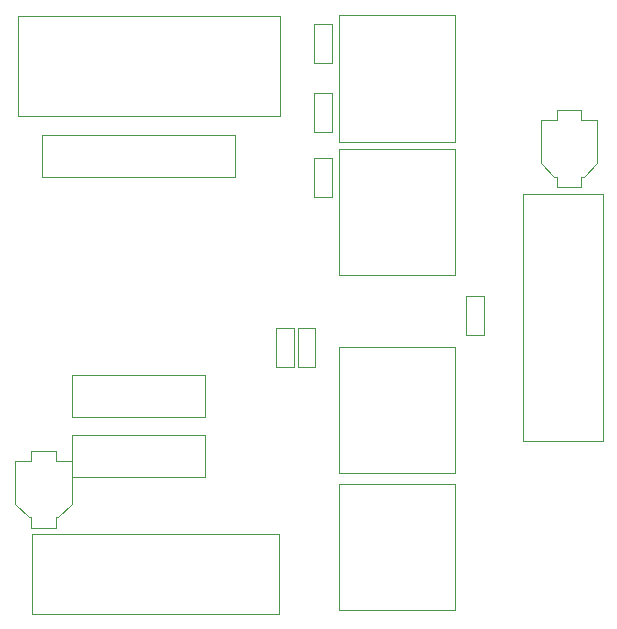
<source format=gbr>
%TF.GenerationSoftware,KiCad,Pcbnew,8.0.3*%
%TF.CreationDate,2024-06-13T16:05:25+05:30*%
%TF.ProjectId,OptoIsolation,4f70746f-4973-46f6-9c61-74696f6e2e6b,rev?*%
%TF.SameCoordinates,Original*%
%TF.FileFunction,Other,User*%
%FSLAX46Y46*%
G04 Gerber Fmt 4.6, Leading zero omitted, Abs format (unit mm)*
G04 Created by KiCad (PCBNEW 8.0.3) date 2024-06-13 16:05:25*
%MOMM*%
%LPD*%
G01*
G04 APERTURE LIST*
%ADD10C,0.050000*%
G04 APERTURE END LIST*
D10*
%TO.C,U6*%
X188770000Y-71175000D02*
X188770000Y-81875000D01*
X188770000Y-81875000D02*
X198570000Y-81875000D01*
X198570000Y-71175000D02*
X188770000Y-71175000D01*
X198570000Y-81875000D02*
X198570000Y-71175000D01*
%TO.C,R15*%
X186670000Y-71925000D02*
X188130000Y-71925000D01*
X186670000Y-75225000D02*
X186670000Y-71925000D01*
X188130000Y-71925000D02*
X188130000Y-75225000D01*
X188130000Y-75225000D02*
X186670000Y-75225000D01*
%TO.C,J2*%
X204325000Y-75050000D02*
X204325000Y-95950000D01*
X204325000Y-95950000D02*
X211075000Y-95950000D01*
X211075000Y-75050000D02*
X204325000Y-75050000D01*
X211075000Y-95950000D02*
X211075000Y-75050000D01*
%TO.C,U7*%
X163630000Y-70005000D02*
X163630000Y-73605000D01*
X163630000Y-73605000D02*
X179930000Y-73605000D01*
X166192000Y-90325000D02*
X166192000Y-93925000D01*
X166192000Y-93925000D02*
X177390000Y-93925000D01*
X177390000Y-90325000D02*
X166192000Y-90325000D01*
X177390000Y-93925000D02*
X177390000Y-90325000D01*
X179930000Y-70005000D02*
X163630000Y-70005000D01*
X179930000Y-73605000D02*
X179930000Y-70005000D01*
%TO.C,C4*%
X186670000Y-66439300D02*
X188130000Y-66439300D01*
X186670000Y-69739300D02*
X186670000Y-66439300D01*
X188130000Y-66439300D02*
X188130000Y-69739300D01*
X188130000Y-69739300D02*
X186670000Y-69739300D01*
%TO.C,C5*%
X183445000Y-86348300D02*
X184905000Y-86348300D01*
X183445000Y-89648300D02*
X183445000Y-86348300D01*
X184905000Y-86348300D02*
X184905000Y-89648300D01*
X184905000Y-89648300D02*
X183445000Y-89648300D01*
%TO.C,J3*%
X161555000Y-59932500D02*
X161555000Y-68392500D01*
X161555000Y-68392500D02*
X183788200Y-68416100D01*
X183775000Y-59932500D02*
X161555000Y-59932500D01*
X183788200Y-68416100D02*
X183775000Y-59932500D01*
%TO.C,R8*%
X199545000Y-83637500D02*
X201005000Y-83637500D01*
X199545000Y-86937500D02*
X199545000Y-83637500D01*
X201005000Y-83637500D02*
X201005000Y-86937500D01*
X201005000Y-86937500D02*
X199545000Y-86937500D01*
%TO.C,C7*%
X205825000Y-68750000D02*
X207175000Y-68750000D01*
X205825000Y-72400000D02*
X205825000Y-68750000D01*
X206975000Y-73550000D02*
X205825000Y-72400000D01*
X206975000Y-73550000D02*
X207175000Y-73550000D01*
X207175000Y-67900000D02*
X209275000Y-67900000D01*
X207175000Y-68750000D02*
X207175000Y-67900000D01*
X207175000Y-73550000D02*
X207175000Y-74400000D01*
X207175000Y-74400000D02*
X209275000Y-74400000D01*
X209275000Y-67900000D02*
X209275000Y-68750000D01*
X209275000Y-68750000D02*
X210625000Y-68750000D01*
X209275000Y-73550000D02*
X209475000Y-73550000D01*
X209275000Y-74400000D02*
X209275000Y-73550000D01*
X209475000Y-73550000D02*
X210625000Y-72400000D01*
X210625000Y-72400000D02*
X210625000Y-68750000D01*
%TO.C,U4*%
X188770000Y-59900000D02*
X188770000Y-70600000D01*
X188770000Y-70600000D02*
X198570000Y-70600000D01*
X198570000Y-59900000D02*
X188770000Y-59900000D01*
X198570000Y-70600000D02*
X198570000Y-59900000D01*
%TO.C,C6*%
X161325000Y-97600000D02*
X162675000Y-97600000D01*
X161325000Y-101250000D02*
X161325000Y-97600000D01*
X162475000Y-102400000D02*
X161325000Y-101250000D01*
X162475000Y-102400000D02*
X162675000Y-102400000D01*
X162675000Y-96750000D02*
X164775000Y-96750000D01*
X162675000Y-97600000D02*
X162675000Y-96750000D01*
X162675000Y-102400000D02*
X162675000Y-103250000D01*
X162675000Y-103250000D02*
X164775000Y-103250000D01*
X164775000Y-96750000D02*
X164775000Y-97600000D01*
X164775000Y-97600000D02*
X166125000Y-97600000D01*
X164775000Y-102400000D02*
X164975000Y-102400000D01*
X164775000Y-103250000D02*
X164775000Y-102400000D01*
X164975000Y-102400000D02*
X166125000Y-101250000D01*
X166125000Y-101250000D02*
X166125000Y-97600000D01*
%TO.C,U8*%
X188770000Y-87974200D02*
X188770000Y-98674200D01*
X188770000Y-98674200D02*
X198570000Y-98674200D01*
X198570000Y-87974200D02*
X188770000Y-87974200D01*
X198570000Y-98674200D02*
X198570000Y-87974200D01*
%TO.C,J1*%
X162750000Y-103800000D02*
X162750000Y-110550000D01*
X162750000Y-110550000D02*
X183650000Y-110550000D01*
X183650000Y-103800000D02*
X162750000Y-103800000D01*
X183650000Y-110550000D02*
X183650000Y-103800000D01*
%TO.C,J4*%
X166185000Y-95405000D02*
X177385000Y-95405000D01*
X166185000Y-98955000D02*
X166185000Y-95405000D01*
X177385000Y-95405000D02*
X177385000Y-98955000D01*
X177385000Y-98955000D02*
X166185000Y-98955000D01*
%TO.C,U9*%
X188770000Y-99556600D02*
X188770000Y-110256600D01*
X188770000Y-110256600D02*
X198570000Y-110256600D01*
X198570000Y-99556600D02*
X188770000Y-99556600D01*
X198570000Y-110256600D02*
X198570000Y-99556600D01*
%TO.C,C3*%
X185295000Y-86350000D02*
X186755000Y-86350000D01*
X185295000Y-89650000D02*
X185295000Y-86350000D01*
X186755000Y-86350000D02*
X186755000Y-89650000D01*
X186755000Y-89650000D02*
X185295000Y-89650000D01*
%TO.C,R10*%
X186670000Y-60650000D02*
X188130000Y-60650000D01*
X186670000Y-63950000D02*
X186670000Y-60650000D01*
X188130000Y-60650000D02*
X188130000Y-63950000D01*
X188130000Y-63950000D02*
X186670000Y-63950000D01*
%TD*%
M02*

</source>
